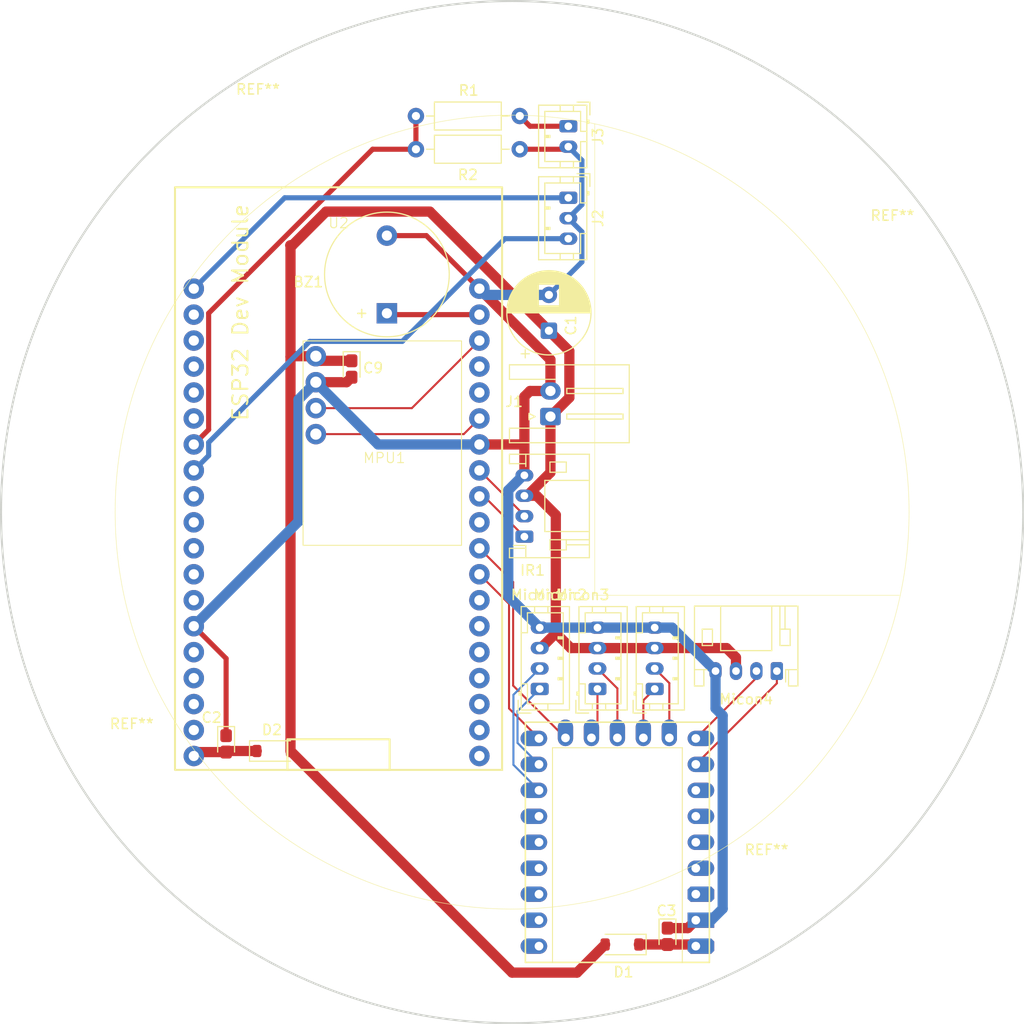
<source format=kicad_pcb>
(kicad_pcb (version 20241229) (generator "pcbnew") (generator_version "9.0")
  (layers (0 "F.Cu" signal) (2 "B.Cu" signal) (13 "F.Paste" user) (15 "B.Paste" user) (5 "F.SilkS" user "F.Silkscreen") (7 "B.SilkS" user "B.Silkscreen") (1 "F.Mask" user) (3 "B.Mask" user) (25 "Edge.Cuts" user))
  (net 0 "")
  (net 1 "Net-(BZ1-+)")
  (net 2 "GND")
  (net 3 "VCC")
  (net 4 "Net-(D2-K)")
  (net 5 "Net-(D1-K)")
  (net 6 "Net-(Micon1-Pin_1)")
  (net 7 "Net-(Micon1-Pin_2)")
  (net 8 "Net-(Micon2-Pin_2)")
  (net 9 "Net-(Micon2-Pin_1)")
  (net 10 "Net-(Micon3-Pin_2)")
  (net 11 "Net-(Micon3-Pin_1)")
  (net 12 "Net-(MPU1-Pin_1)")
  (net 13 "Net-(MPU1-Pin_2)")
  (net 16 "Net-(U2-IO17)")
  (net 24 "Net-(U2-IO16)")
  (net 34 "+3V3")
  (net 39 "Net-(J2-Pin_3)")
  (net 53 "Net-(IR1-Pin_2)")
  (net 54 "Net-(IR1-Pin_1)")
  (net 55 "Net-(Micon4-Pin_2)")
  (net 56 "Net-(Micon4-Pin_1)")
  (net 57 "Net-(U2-IO32)")
  (net 58 "Net-(J3-Pin_1)")
  (footprint "Connector_JST:JST_PH_S4B-PH-K_1x04_P2.00mm_Horizontal" (layer "F.Cu") (at 101.2 102.4 90)
    (property "Reference" "IR1" (at -3.3 0.8 180) (layer "F.SilkS"))
    (property "Value" "Conn_01x04_Socket")
    (pad "1" thru_hole roundrect (at 0 0 90) (size 1.2 1.75) (drill 0.75) (layers "*.Cu" "*.Mask") (roundrect_rratio 0.208333) (net 54 "Net-(IR1-Pin_1)"))
    (pad "2" thru_hole oval (at 2 0 90) (size 1.2 1.75) (drill 0.75) (layers "*.Cu" "*.Mask") (net 53 "Net-(IR1-Pin_2)"))
    (pad "3" thru_hole oval (at 4 0 90) (size 1.2 1.75) (drill 0.75) (layers "*.Cu" "*.Mask") (net 3 "VCC"))
    (pad "4" thru_hole oval (at 6 0 90) (size 1.2 1.75) (drill 0.75) (layers "*.Cu" "*.Mask") (net 2 "GND"))
  )
  (footprint "MountingHole:MountingHole_3.2mm_M3" (layer "F.Cu") (at 75.138232 62.791735)
    (property "Reference" "REF**" (at 0 -4.15 0) (layer "F.SilkS"))
    (property "Value" "MountingHole_3.2mm_M3")
    (pad "" np_thru_hole circle (at 0 0) (size 3.2 3.2) (drill 3.2) (layers "*.Cu" "*.Mask"))
  )
  (footprint "Originary:ESP32_devModule" (layer "F.Cu") (at 83.1 101)
    (property "Reference" "U2" (at -0.08 -29.28 0) (layer "F.SilkS") (effects (font (thickness 0.1))))
    (property "Value" "ESP32-WROOM-32D")
    (fp_text user "ESP32 Dev Module" (at -8.8 -9.8 90) (layer "F.SilkS") (effects (font (size 1.5 1.5) (thickness 0.1875)) (justify left bottom)))
    (pad "1" thru_hole circle (at -14.24 10.16) (size 2 2) (drill 1) (layers "*.Cu" "*.Mask") (net 2 "GND"))
    (pad "1" thru_hole circle (at 13.7 -22.86) (size 2 2) (drill 1) (layers "*.Cu" "*.Mask") (net 2 "GND"))
    (pad "1" thru_hole circle (at 13.7 -7.62) (size 2 2) (drill 1) (layers "*.Cu" "*.Mask") (net 2 "GND"))
    (pad "2" thru_hole circle (at -14.24 22.86) (size 2 2) (drill 1) (layers "*.Cu" "*.Mask") (net 4 "Net-(D2-K)"))
    (pad "3" thru_hole circle (at -14.24 -20.32) (size 2 2) (drill 1) (layers "*.Cu" "*.Mask"))
    (pad "3V3" thru_hole circle (at -14.24 -22.859999) (size 2 2) (drill 1) (layers "*.Cu" "*.Mask") (net 34 "+3V3"))
    (pad "4" thru_hole circle (at -14.24 -17.78) (size 2 2) (drill 1) (layers "*.Cu" "*.Mask"))
    (pad "5" thru_hole circle (at -14.24 -15.24) (size 2 2) (drill 1) (layers "*.Cu" "*.Mask"))
    (pad "6" thru_hole circle (at -14.24 -12.7) (size 2 2) (drill 1) (layers "*.Cu" "*.Mask"))
    (pad "7" thru_hole circle (at -14.24 -10.16) (size 2 2) (drill 1) (layers "*.Cu" "*.Mask"))
    (pad "8" thru_hole circle (at -14.24 -7.62) (size 2 2) (drill 1) (layers "*.Cu" "*.Mask") (net 57 "Net-(U2-IO32)"))
    (pad "9" thru_hole circle (at -14.24 -5.08) (size 2 2) (drill 1) (layers "*.Cu" "*.Mask") (net 39 "Net-(J2-Pin_3)"))
    (pad "10" thru_hole circle (at -14.24 -2.54) (size 2 2) (drill 1) (layers "*.Cu" "*.Mask"))
    (pad "11" thru_hole circle (at -14.24 0) (size 2 2) (drill 1) (layers "*.Cu" "*.Mask"))
    (pad "12" thru_hole circle (at -14.24 2.54) (size 2 2) (drill 1) (layers "*.Cu" "*.Mask"))
    (pad "13" thru_hole circle (at -14.24 5.08) (size 2 2) (drill 1) (layers "*.Cu" "*.Mask"))
    (pad "14" thru_hole circle (at -14.24 7.619999) (size 2 2) (drill 1) (layers "*.Cu" "*.Mask"))
    (pad "16" thru_hole circle (at -14.24 12.7) (size 2 2) (drill 1) (layers "*.Cu" "*.Mask"))
    (pad "17" thru_hole circle (at -14.24 15.24) (size 2 2) (drill 1) (layers "*.Cu" "*.Mask"))
    (pad "18" thru_hole circle (at -14.24 17.78) (size 2 2) (drill 1) (layers "*.Cu" "*.Mask"))
    (pad "19" thru_hole circle (at -14.24 20.319999) (size 2 2) (drill 1) (layers "*.Cu" "*.Mask"))
    (pad "20" thru_hole circle (at 13.7 22.86) (size 2 2) (drill 1) (layers "*.Cu" "*.Mask"))
    (pad "21" thru_hole circle (at 13.700001 20.32) (size 2 2) (drill 1) (layers "*.Cu" "*.Mask"))
    (pad "22" thru_hole circle (at 13.7 17.78) (size 2 2) (drill 1) (layers "*.Cu" "*.Mask"))
    (pad "23" thru_hole circle (at 13.7 15.24) (size 2 2) (drill 1) (layers "*.Cu" "*.Mask"))
    (pad "24" thru_hole circle (at 13.7 12.7) (size 2 2) (drill 1) (layers "*.Cu" "*.Mask"))
    (pad "25" thru_hole circle (at 13.7 10.16) (size 2 2) (drill 1) (layers "*.Cu" "*.Mask"))
    (pad "26" thru_hole circle (at 13.700001 7.62) (size 2 2) (drill 1) (layers "*.Cu" "*.Mask"))
    (pad "27" thru_hole circle (at 13.7 5.08) (size 2 2) (drill 1) (layers "*.Cu" "*.Mask") (net 24 "Net-(U2-IO16)"))
    (pad "28" thru_hole circle (at 13.7 2.54) (size 2 2) (drill 1) (layers "*.Cu" "*.Mask") (net 16 "Net-(U2-IO17)"))
    (pad "29" thru_hole circle (at 13.7 0) (size 2 2) (drill 1) (layers "*.Cu" "*.Mask"))
    (pad "30" thru_hole circle (at 13.7 -2.54) (size 2 2) (drill 1) (layers "*.Cu" "*.Mask") (net 54 "Net-(IR1-Pin_1)"))
    (pad "31" thru_hole circle (at 13.7 -5.079999) (size 2 2) (drill 1) (layers "*.Cu" "*.Mask") (net 53 "Net-(IR1-Pin_2)"))
    (pad "33" thru_hole circle (at 13.7 -10.16) (size 2 2) (drill 1) (layers "*.Cu" "*.Mask") (net 12 "Net-(MPU1-Pin_1)"))
    (pad "34" thru_hole circle (at 13.7 -12.7) (size 2 2) (drill 1) (layers "*.Cu" "*.Mask"))
    (pad "35" thru_hole circle (at 13.7 -15.24) (size 2 2) (drill 1) (layers "*.Cu" "*.Mask"))
    (pad "36" thru_hole circle (at 13.699999 -17.78) (size 2 2) (drill 1) (layers "*.Cu" "*.Mask") (net 13 "Net-(MPU1-Pin_2)"))
    (pad "37" thru_hole circle (at 13.7 -20.32 90) (size 2 2) (drill 1) (layers "*.Cu" "*.Mask") (net 1 "Net-(BZ1-+)"))
  )
  (footprint "Capacitor_THT:CP_Radial_D8.0mm_P3.50mm" (layer "F.Cu") (at 103.6 82.252651 90)
    (property "Reference" "C1" (at 0.502651 2.15 90) (layer "F.SilkS"))
    (property "Value" "C_Polarized_US")
    (pad "1" thru_hole roundrect (at 0 0 90) (size 1.6 1.6) (drill 0.8) (layers "*.Cu" "*.Mask") (roundrect_rratio 0.15625) (net 3 "VCC"))
    (pad "2" thru_hole circle (at 3.5 0 90) (size 1.6 1.6) (drill 0.8) (layers "*.Cu" "*.Mask") (net 2 "GND"))
  )
  (footprint "Connector_JST:JST_PH_B4B-PH-K_1x04_P2.00mm_Vertical" (layer "F.Cu") (at 102.7 117.3 90)
    (property "Reference" "Micon1" (at 9.2 -0.2 180) (layer "F.SilkS"))
    (property "Value" "Conn_01x04_Socket")
    (pad "1" thru_hole roundrect (at 0 0 90) (size 1.2 1.75) (drill 0.75) (layers "*.Cu" "*.Mask") (roundrect_rratio 0.208333) (net 6 "Net-(Micon1-Pin_1)"))
    (pad "2" thru_hole oval (at 2 0 90) (size 1.2 1.75) (drill 0.75) (layers "*.Cu" "*.Mask") (net 7 "Net-(Micon1-Pin_2)"))
    (pad "3" thru_hole oval (at 4 0 90) (size 1.2 1.75) (drill 0.75) (layers "*.Cu" "*.Mask") (net 3 "VCC"))
    (pad "4" thru_hole oval (at 6 0 90) (size 1.2 1.75) (drill 0.75) (layers "*.Cu" "*.Mask") (net 2 "GND"))
  )
  (footprint "Resistor_THT:R_Axial_DIN0207_L6.3mm_D2.5mm_P10.16mm_Horizontal" (layer "F.Cu") (at 100.75 61.25 180)
    (property "Reference" "R1" (at 5 2.5 0) (layer "F.SilkS"))
    (property "Value" "R_Small")
    (pad "1" thru_hole circle (at 0 0 180) (size 1.6 1.6) (drill 0.8) (layers "*.Cu" "*.Mask") (net 58 "Net-(J3-Pin_1)"))
    (pad "2" thru_hole circle (at 10.16 0 180) (size 1.6 1.6) (drill 0.8) (layers "*.Cu" "*.Mask") (net 57 "Net-(U2-IO32)"))
  )
  (footprint "Resistor_THT:R_Axial_DIN0207_L6.3mm_D2.5mm_P10.16mm_Horizontal" (layer "F.Cu") (at 90.59 64.5)
    (property "Reference" "R2" (at 5.08 2.5 0) (layer "F.SilkS"))
    (property "Value" "R_Small")
    (pad "1" thru_hole circle (at 0 0) (size 1.6 1.6) (drill 0.8) (layers "*.Cu" "*.Mask") (net 57 "Net-(U2-IO32)"))
    (pad "2" thru_hole circle (at 10.16 0) (size 1.6 1.6) (drill 0.8) (layers "*.Cu" "*.Mask") (net 2 "GND"))
  )
  (footprint "Capacitor_Tantalum_SMD:CP_EIA-1608-08_AVX-J_HandSolder" (layer "F.Cu") (at 84.3 86 -90)
    (property "Reference" "C9" (at -0.1 -2.1 180) (layer "F.SilkS"))
    (property "Value" "C_Small")
    (pad "1" smd roundrect (at -0.8025 0 270) (size 1.265 1.13) (layers "F.Cu" "F.Mask" "F.Paste") (roundrect_rratio 0.221239) (net 3 "VCC"))
    (pad "2" smd roundrect (at 0.8025 0 270) (size 1.265 1.13) (layers "F.Cu" "F.Mask" "F.Paste") (roundrect_rratio 0.221239) (net 2 "GND"))
  )
  (footprint "Originary:MPU6050" (layer "F.Cu") (at 80.8 84.75 -90)
    (property "Reference" "MPU1" (at 9.95 -6.7 0) (layer "F.SilkS") (effects (font (thickness 0.1))))
    (property "Value" "Conn_01x04_Socket")
    (pad "1" thru_hole circle (at 7.62 0 90) (size 2 2) (drill 1.1) (layers "*.Cu" "*.Mask") (net 12 "Net-(MPU1-Pin_1)"))
    (pad "2" thru_hole circle (at 5.08 0 90) (size 2 2) (drill 1.1) (layers "*.Cu" "*.Mask") (net 13 "Net-(MPU1-Pin_2)"))
    (pad "3" thru_hole circle (at 0 0 90) (size 2 2) (drill 1.1) (layers "*.Cu" "*.Mask") (net 3 "VCC"))
    (pad "4" thru_hole circle (at 2.54 0 90) (size 2 2) (drill 1.1) (layers "*.Cu" "*.Mask") (net 2 "GND"))
  )
  (footprint "Capacitor_Tantalum_SMD:CP_EIA-1608-08_AVX-J_HandSolder" (layer "F.Cu") (at 115.2 141.5 -90)
    (property "Reference" "C3" (at -2.5 0.1 0) (layer "F.SilkS"))
    (property "Value" "C_Small")
    (pad "1" smd roundrect (at -0.8025 0 270) (size 1.265 1.13) (layers "F.Cu" "F.Mask" "F.Paste") (roundrect_rratio 0.221239) (net 2 "GND"))
    (pad "2" smd roundrect (at 0.8025 0 270) (size 1.265 1.13) (layers "F.Cu" "F.Mask" "F.Paste") (roundrect_rratio 0.221239) (net 5 "Net-(D1-K)"))
  )
  (footprint "Capacitor_Tantalum_SMD:CP_EIA-1608-08_AVX-J_HandSolder" (layer "F.Cu") (at 72.02 122.6725 -90)
    (property "Reference" "C2" (at -2.5725 1.42 0) (layer "F.SilkS"))
    (property "Value" "C_Small")
    (pad "1" smd roundrect (at -0.8025 0 270) (size 1.265 1.13) (layers "F.Cu" "F.Mask" "F.Paste") (roundrect_rratio 0.221239) (net 2 "GND"))
    (pad "2" smd roundrect (at 0.8025 0 270) (size 1.265 1.13) (layers "F.Cu" "F.Mask" "F.Paste") (roundrect_rratio 0.221239) (net 4 "Net-(D2-K)"))
  )
  (footprint "Diode_SMD:D_SOD-123" (layer "F.Cu") (at 110.75 142.3 180)
    (property "Reference" "D1" (at -0.15 -2.7 0) (layer "F.SilkS"))
    (property "Value" "D_Schottky")
    (pad "1" smd roundrect (at -1.65 0 180) (size 0.9 1.2) (layers "F.Cu" "F.Mask" "F.Paste") (net 5 "Net-(D1-K)"))
    (pad "2" smd roundrect (at 1.65 0 180) (size 0.9 1.2) (layers "F.Cu" "F.Mask" "F.Paste") (net 3 "VCC"))
  )
  (footprint "MountingHole:MountingHole_3.2mm_M3" (layer "F.Cu") (at 62.791735 124.861768)
    (property "Reference" "REF**" (at 0 -4.15 0) (layer "F.SilkS"))
    (property "Value" "MountingHole_3.2mm_M3")
    (pad "" np_thru_hole circle (at 0 0) (size 3.2 3.2) (drill 3.2) (layers "*.Cu" "*.Mask"))
  )
  (footprint "isw-kbd-lib-main:RP2040-Zero-THT" (layer "F.Cu") (at 110.3 132.3 180)
    (property "Reference" "U1" (hide yes))
    (property "Value" "RP2040-Zero" (hide yes))
    (pad "0" thru_hole oval (at 7.67 -10.16) (size 2.6 1.5) (drill 0.85 (offset -0.5 0)) (layers "*.Cu" "*.Mask"))
    (pad "1" thru_hole oval (at 7.67 -7.62) (size 2.6 1.5) (drill 0.85 (offset -0.5 0)) (layers "*.Cu" "*.Mask"))
    (pad "2" thru_hole oval (at 7.67 -5.08) (size 2.6 1.5) (drill 0.85 (offset -0.5 0)) (layers "*.Cu" "*.Mask"))
    (pad "3" thru_hole oval (at 7.67 -2.54) (size 2.6 1.5) (drill 0.85 (offset -0.5 0)) (layers "*.Cu" "*.Mask"))
    (pad "4" thru_hole oval (at 7.67 0) (size 2.6 1.5) (drill 0.85 (offset -0.5 0)) (layers "*.Cu" "*.Mask"))
    (pad "5" thru_hole oval (at 7.67 2.54) (size 2.6 1.5) (drill 0.85 (offset -0.5 0)) (layers "*.Cu" "*.Mask"))
    (pad "6" thru_hole oval (at 7.67 5.08) (size 2.6 1.5) (drill 0.85 (offset -0.5 0)) (layers "*.Cu" "*.Mask") (net 7 "Net-(Micon1-Pin_2)"))
    (pad "7" thru_hole oval (at 7.67 7.62) (size 2.6 1.5) (drill 0.85 (offset -0.5 0)) (layers "*.Cu" "*.Mask") (net 6 "Net-(Micon1-Pin_1)"))
    (pad "8" thru_hole oval (at 7.67 10.16) (size 2.6 1.5) (drill 0.85 (offset -0.5 0)) (layers "*.Cu" "*.Mask") (net 24 "Net-(U2-IO16)"))
    (pad "9" thru_hole oval (at 5.08 10.21 270) (size 2.6 1.5) (drill 0.85 (offset -0.5 0)) (layers "*.Cu" "*.Mask") (net 16 "Net-(U2-IO17)"))
    (pad "10" thru_hole oval (at 2.54 10.21 270) (size 2.6 1.5) (drill 0.85 (offset -0.5 0)) (layers "*.Cu" "*.Mask") (net 9 "Net-(Micon2-Pin_1)"))
    (pad "11" thru_hole oval (at 0 10.21 270) (size 2.6 1.5) (drill 0.85 (offset -0.5 0)) (layers "*.Cu" "*.Mask") (net 8 "Net-(Micon2-Pin_2)"))
    (pad "12" thru_hole oval (at -2.54 10.21 270) (size 2.6 1.5) (drill 0.85 (offset -0.5 0)) (layers "*.Cu" "*.Mask") (net 11 "Net-(Micon3-Pin_1)"))
    (pad "13" thru_hole oval (at -5.08 10.21 270) (size 2.6 1.5) (drill 0.85 (offset -0.5 0)) (layers "*.Cu" "*.Mask") (net 10 "Net-(Micon3-Pin_2)"))
    (pad "14" thru_hole oval (at -7.67 10.16 180) (size 2.6 1.5) (drill 0.85 (offset -0.5 0)) (layers "*.Cu" "*.Mask") (net 55 "Net-(Micon4-Pin_2)"))
    (pad "15" thru_hole oval (at -7.67 7.62 180) (size 2.6 1.5) (drill 0.85 (offset -0.5 0)) (layers "*.Cu" "*.Mask") (net 56 "Net-(Micon4-Pin_1)"))
    (pad "26" thru_hole oval (at -7.67 5.08 180) (size 2.6 1.5) (drill 0.85 (offset -0.5 0)) (layers "*.Cu" "*.Mask"))
    (pad "27" thru_hole oval (at -7.67 2.54 180) (size 2.6 1.5) (drill 0.85 (offset -0.5 0)) (layers "*.Cu" "*.Mask"))
    (pad "28" thru_hole oval (at -7.67 0 180) (size 2.6 1.5) (drill 0.85 (offset -0.5 0)) (layers "*.Cu" "*.Mask"))
    (pad "29" thru_hole oval (at -7.67 -2.54 180) (size 2.6 1.5) (drill 0.85 (offset -0.5 0)) (layers "*.Cu" "*.Mask"))
    (pad "30" thru_hole roundrect (at -7.67 -5.08 180) (size 2.6 1.5) (drill 0.85 (offset -0.5 0)) (layers "*.Cu" "*.Mask") (roundrect_rratio 0) (chamfer_ratio 0.2) (chamfer top_left top_right bottom_left bottom_right))
    (pad "31" thru_hole rect (at -7.67 -7.62 180) (size 2.6 1.5) (drill 0.85 (offset -0.5 0)) (layers "*.Cu" "*.Mask") (net 2 "GND"))
    (pad "32" thru_hole roundrect (at -7.67 -10.16 180) (size 2.6 1.5) (drill 0.85 (offset -0.5 0)) (layers "*.Cu" "*.Mask") (roundrect_rratio 0) (chamfer_ratio 0.2) (chamfer top_left top_right bottom_left bottom_right) (net 5 "Net-(D1-K)"))
  )
  (footprint "MountingHole:MountingHole_3.2mm_M3" (layer "F.Cu") (at 124.894229 137.186555)
    (property "Reference" "REF**" (at 0 -4.15 0) (layer "F.SilkS"))
    (property "Value" "MountingHole_3.2mm_M3")
    (pad "" np_thru_hole circle (at 0 0) (size 3.2 3.2) (drill 3.2) (layers "*.Cu" "*.Mask"))
  )
  (footprint "Connector_JST:JST_PH_B2B-PH-K_1x02_P2.00mm_Vertical" (layer "F.Cu") (at 105.5 62.25 -90)
    (property "Reference" "J3" (at 1 -2.9 90) (layer "F.SilkS"))
    (property "Value" "Conn_01x02_Socket")
    (pad "1" thru_hole roundrect (at 0 0 270) (size 1.2 1.75) (drill 0.75) (layers "*.Cu" "*.Mask") (roundrect_rratio 0.208333) (net 58 "Net-(J3-Pin_1)"))
    (pad "2" thru_hole oval (at 2 0 270) (size 1.2 1.75) (drill 0.75) (layers "*.Cu" "*.Mask") (net 2 "GND"))
  )
  (footprint "Connector_JST:JST_PH_B4B-PH-K_1x04_P2.00mm_Vertical" (layer "F.Cu") (at 108.35 117.3 90)
    (property "Reference" "Micon2" (at 9.2 -3.65 0) (layer "F.SilkS"))
    (property "Value" "Conn_01x04_Socket")
    (pad "1" thru_hole roundrect (at 0 0 90) (size 1.2 1.75) (drill 0.75) (layers "*.Cu" "*.Mask") (roundrect_rratio 0.208333) (net 9 "Net-(Micon2-Pin_1)"))
    (pad "2" thru_hole oval (at 2 0 90) (size 1.2 1.75) (drill 0.75) (layers "*.Cu" "*.Mask") (net 8 "Net-(Micon2-Pin_2)"))
    (pad "3" thru_hole oval (at 4 0 90) (size 1.2 1.75) (drill 0.75) (layers "*.Cu" "*.Mask") (net 3 "VCC"))
    (pad "4" thru_hole oval (at 6 0 90) (size 1.2 1.75) (drill 0.75) (layers "*.Cu" "*.Mask") (net 2 "GND"))
  )
  (footprint "Connector_JST:JST_PH_S4B-PH-K_1x04_P2.00mm_Horizontal" (layer "F.Cu") (at 125.9 115.55 180)
    (property "Reference" "Micon4" (at 3 -2.75 0) (layer "F.SilkS"))
    (property "Value" "Conn_01x04_Socket")
    (pad "1" thru_hole roundrect (at 0 0 180) (size 1.2 1.75) (drill 0.75) (layers "*.Cu" "*.Mask") (roundrect_rratio 0.208333) (net 56 "Net-(Micon4-Pin_1)"))
    (pad "2" thru_hole oval (at 2 0 180) (size 1.2 1.75) (drill 0.75) (layers "*.Cu" "*.Mask") (net 55 "Net-(Micon4-Pin_2)"))
    (pad "3" thru_hole oval (at 4 0 180) (size 1.2 1.75) (drill 0.75) (layers "*.Cu" "*.Mask") (net 3 "VCC"))
    (pad "4" thru_hole oval (at 6 0 180) (size 1.2 1.75) (drill 0.75) (layers "*.Cu" "*.Mask") (net 2 "GND"))
  )
  (footprint "Connector_JST:JST_XH_S2B-XH-A-1_1x02_P2.50mm_Horizontal" (layer "F.Cu") (at 103.75 90.65 90)
    (property "Reference" "J1" (at 1.45 -3.55 180) (layer "F.SilkS"))
    (property "Value" "Conn_01x02_Socket")
    (pad "1" thru_hole roundrect (at 0 0 90) (size 1.7 2) (drill 1) (layers "*.Cu" "*.Mask") (roundrect_rratio 0.147059) (net 3 "VCC"))
    (pad "2" thru_hole oval (at 2.5 0 90) (size 1.7 2) (drill 1) (layers "*.Cu" "*.Mask") (net 2 "GND"))
  )
  (footprint "MountingHole:MountingHole_3.2mm_M3" (layer "F.Cu") (at 137.208265 75.138232)
    (property "Reference" "REF**" (at 0 -4.15 0) (layer "F.SilkS"))
    (property "Value" "MountingHole_3.2mm_M3")
    (pad "" np_thru_hole circle (at 0 0) (size 3.2 3.2) (drill 3.2) (layers "*.Cu" "*.Mask"))
  )
  (footprint "Connector_JST:JST_PH_B4B-PH-K_1x04_P2.00mm_Vertical" (layer "F.Cu") (at 113.95 117.3 90)
    (property "Reference" "Micon3" (at 9.2 -7.05 0) (layer "F.SilkS"))
    (property "Value" "Conn_01x04_Socket")
    (pad "1" thru_hole roundrect (at 0 0 90) (size 1.2 1.75) (drill 0.75) (layers "*.Cu" "*.Mask") (roundrect_rratio 0.208333) (net 11 "Net-(Micon3-Pin_1)"))
    (pad "2" thru_hole oval (at 2 0 90) (size 1.2 1.75) (drill 0.75) (layers "*.Cu" "*.Mask") (net 10 "Net-(Micon3-Pin_2)"))
    (pad "3" thru_hole oval (at 4 0 90) (size 1.2 1.75) (drill 0.75) (layers "*.Cu" "*.Mask") (net 3 "VCC"))
    (pad "4" thru_hole oval (at 6 0 90) (size 1.2 1.75) (drill 0.75) (layers "*.Cu" "*.Mask") (net 2 "GND"))
  )
  (footprint "Connector_JST:JST_PH_B3B-PH-K_1x03_P2.00mm_Vertical" (layer "F.Cu") (at 105.5 69.25 -90)
    (property "Reference" "J2" (at 2 -2.9 90) (layer "F.SilkS"))
    (property "Value" "Conn_01x03_Socket")
    (pad "1" thru_hole roundrect (at 0 0 270) (size 1.2 1.75) (drill 0.75) (layers "*.Cu" "*.Mask") (roundrect_rratio 0.208333) (net 34 "+3V3"))
    (pad "2" thru_hole oval (at 2 0 270) (size 1.2 1.75) (drill 0.75) (layers "*.Cu" "*.Mask") (net 2 "GND"))
    (pad "3" thru_hole oval (at 4 0 270) (size 1.2 1.75) (drill 0.75) (layers "*.Cu" "*.Mask") (net 39 "Net-(J2-Pin_3)"))
  )
  (footprint "Diode_SMD:D_SOD-123" (layer "F.Cu") (at 76.67 123.370001)
    (property "Reference" "D2" (at -0.17 -2.070001 0) (layer "F.SilkS"))
    (property "Value" "D_Schottky")
    (pad "1" smd roundrect (at -1.65 0) (size 0.9 1.2) (layers "F.Cu" "F.Mask" "F.Paste") (net 4 "Net-(D2-K)"))
    (pad "2" smd roundrect (at 1.65 0) (size 0.9 1.2) (layers "F.Cu" "F.Mask" "F.Paste") (net 3 "VCC"))
  )
  (footprint "Buzzer_Beeper:Buzzer_12x9.5RM7.6" (layer "F.Cu") (at 87.75 80.55 90)
    (property "Reference" "BZ1" (at 3.061905 -7.68379 180) (layer "F.SilkS"))
    (property "Value" "Buzzer")
    (fp_text user "+" (at -0.01 -2.540001 90) (layer "F.SilkS"))
    (pad "1" thru_hole rect (at 0 0 90) (size 2 2) (drill 1) (layers "*.Cu" "*.Mask") (net 1 "Net-(BZ1-+)"))
    (pad "2" thru_hole circle (at 7.6 0 90) (size 2 2) (drill 1) (layers "*.Cu" "*.Mask") (net 2 "GND"))
  )
  (gr_line (start 108.086 108.135) (end 137.97322 108.135) (stroke (width 0.05)) (layer "F.SilkS"))
  (gr_line (start 108.086003 62.016316) (end 108.086 108.2) (stroke (width 0.05)) (layer "F.SilkS"))
  (gr_circle (center 100 100) (end 108.086 62.016315) (stroke (width 0.05)) (fill no) (layer "F.SilkS"))
  (gr_circle (center 100 100) (end 150 100) (stroke (width 0.2)) (fill no) (layer "Edge.Cuts"))
  (segment (start 96.8 80.68) (end 87.88 80.68) (width 0.5) (layer "F.Cu") (net 1))
  (segment (start 87.88 80.68) (end 87.75 80.55) (width 0.5) (layer "F.Cu") (net 1))
  (segment (start 103.75 88.15) (end 101.75 88.15) (width 1) (layer "F.Cu") (net 2))
  (segment (start 100.75 64.5) (end 105.25 64.5) (width 0.5) (layer "F.Cu") (net 2))
  (segment (start 96.8 93.38) (end 100.92 93.38) (width 1) (layer "F.Cu") (net 2))
  (segment (start 100.92 93.38) (end 101.2 93.1) (width 1) (layer "F.Cu") (net 2))
  (segment (start 105.25 64.5) (end 105.5 64.25) (width 0.5) (layer "F.Cu") (net 2))
  (segment (start 87.75 72.95) (end 91.61 72.95) (width 0.5) (layer "F.Cu") (net 2))
  (segment (start 115.2 140.6975) (end 117.1925 140.6975) (width 1) (layer "F.Cu") (net 2))
  (segment (start 80.8 87.29) (end 83.8125 87.29) (width 1) (layer "F.Cu") (net 2))
  (segment (start 72.02 121.87) (end 72.02 114.32) (width 0.5) (layer "F.Cu") (net 2))
  (segment (start 101.75 88.15) (end 101.2 88.7) (width 1) (layer "F.Cu") (net 2))
  (segment (start 103.75 88.15) (end 103.75 85.09) (width 1) (layer "F.Cu") (net 2))
  (segment (start 72.02 114.32) (end 68.86 111.16) (width 0.5) (layer "F.Cu") (net 2))
  (segment (start 83.8125 87.29) (end 84.3 86.8025) (width 1) (layer "F.Cu") (net 2))
  (segment (start 117.1925 140.6975) (end 117.97 139.92) (width 1) (layer "F.Cu") (net 2))
  (segment (start 101.2 88.7) (end 101.2 93.1) (width 1) (layer "F.Cu") (net 2))
  (segment (start 91.61 72.95) (end 96.8 78.14) (width 0.5) (layer "F.Cu") (net 2))
  (segment (start 103.75 85.09) (end 96.8 78.14) (width 1) (layer "F.Cu") (net 2))
  (segment (start 101.2 93.1) (end 101.2 96.4) (width 1) (layer "F.Cu") (net 2))
  (segment (start 106.826 72.576) (end 106.826 75.526651) (width 0.5) (layer "B.Cu") (net 2))
  (segment (start 106.826 75.526651) (end 103.6 78.752651) (width 0.5) (layer "B.Cu") (net 2))
  (segment (start 106.826 69.924) (end 106.826 65.576) (width 0.5) (layer "B.Cu") (net 2))
  (segment (start 103.6 78.752651) (end 97.412651 78.752651) (width 1) (layer "B.Cu") (net 2))
  (segment (start 113.95 111.3) (end 115.65 111.3) (width 1) (layer "B.Cu") (net 2))
  (segment (start 97.412651 78.752651) (end 96.8 78.14) (width 1) (layer "B.Cu") (net 2))
  (segment (start 117.97 139.92) (end 119.48 139.92) (width 1) (layer "B.Cu") (net 2))
  (segment (start 105.5 71.25) (end 106.826 69.924) (width 0.5) (layer "B.Cu") (net 2))
  (segment (start 119.9 119.2) (end 119.9 115.55) (width 1) (layer "B.Cu") (net 2))
  (segment (start 68.86 111.16) (end 79.099 100.921) (width 1) (layer "B.Cu") (net 2))
  (segment (start 106.826 65.576) (end 105.5 64.25) (width 0.5) (layer "B.Cu") (net 2))
  (segment (start 101.2 96.4) (end 101.085108 96.4) (width 1) (layer "B.Cu") (net 2))
  (segment (start 108.35 111.3) (end 113.95 111.3) (width 1) (layer "B.Cu") (net 2))
  (segment (start 99.624 108.224) (end 102.7 111.3) (width 1) (layer "B.Cu") (net 2))
  (segment (start 102.7 111.3) (end 108.35 111.3) (width 1) (layer "B.Cu") (net 2))
  (segment (start 80.8 87.29) (end 86.89 93.38) (width 1) (layer "B.Cu") (net 2))
  (segment (start 120.6 119.9) (end 119.9 119.2) (width 1) (layer "B.Cu") (net 2))
  (segment (start 119.48 139.92) (end 120.6 138.8) (width 1) (layer "B.Cu") (net 2))
  (segment (start 79.099 88.991) (end 80.8 87.29) (width 1) (layer "B.Cu") (net 2))
  (segment (start 86.89 93.38) (end 96.8 93.38) (width 1) (layer "B.Cu") (net 2))
  (segment (start 115.65 111.3) (end 119.9 115.55) (width 1) (layer "B.Cu") (net 2))
  (segment (start 99.624 97.861108) (end 99.624 108.224) (width 1) (layer "B.Cu") (net 2))
  (segment (start 120.6 138.8) (end 120.6 119.9) (width 1) (layer "B.Cu") (net 2))
  (segment (start 79.099 100.921) (end 79.099 88.991) (width 1) (layer "B.Cu") (net 2))
  (segment (start 105.5 71.25) (end 106.826 72.576) (width 0.5) (layer "B.Cu") (net 2))
  (segment (start 101.085108 96.4) (end 99.624 97.861108) (width 1) (layer "B.Cu") (net 2))
  (segment (start 101.2 98.4) (end 102.4 98.4) (width 1) (layer "F.Cu") (net 3))
  (segment (start 78.32 123.370001) (end 100.000999 145.051) (width 1) (layer "F.Cu") (net 3))
  (segment (start 81.8 70.6) (end 78.5 73.9) (width 1) (layer "F.Cu") (net 3))
  (segment (start 108.35 113.3) (end 113.95 113.3) (width 1) (layer "F.Cu") (net 3))
  (segment (start 103.75 96.125) (end 101.475 98.4) (width 1) (layer "F.Cu") (net 3))
  (segment (start 103.6 82.252651) (end 91.947349 70.6) (width 1) (layer "F.Cu") (net 3))
  (segment (start 80.8 84.75) (end 78.37 84.75) (width 1) (layer "F.Cu") (net 3))
  (segment (start 106.349 145.051) (end 109.1 142.3) (width 1) (layer "F.Cu") (net 3))
  (segment (start 78.32 73.92) (end 78.32 84.8) (width 1) (layer "F.Cu") (net 3))
  (segment (start 102.4 98.4) (end 104.276 100.276) (width 1) (layer "F.Cu") (net 3))
  (segment (start 100.000999 145.051) (end 106.349 145.051) (width 1) (layer "F.Cu") (net 3))
  (segment (start 78.32 84.8) (end 78.32 123.370001) (width 1) (layer "F.Cu") (net 3))
  (segment (start 84.3 85.1975) (end 81.2475 85.1975) (width 1) (layer "F.Cu") (net 3))
  (segment (start 78.5 73.9) (end 78.3 73.9) (width 1) (layer "F.Cu") (net 3))
  (segment (start 104.276 111.838892) (end 102.814892 113.3) (width 1) (layer "F.Cu") (net 3))
  (segment (start 78.3 73.9) (end 78.32 73.92) (width 1) (layer "F.Cu") (net 3))
  (segment (start 120.975 113.3) (end 121.9 114.225) (width 1) (layer "F.Cu") (net 3))
  (segment (start 102.814892 113.3) (end 102.7 113.3) (width 1) (layer "F.Cu") (net 3))
  (segment (start 104.276 100.276) (end 104.276 111.838892) (width 1) (layer "F.Cu") (net 3))
  (segment (start 113.95 113.3) (end 120.975 113.3) (width 1) (layer "F.Cu") (net 3))
  (segment (start 121.9 114.225) (end 121.9 115.55) (width 1) (layer "F.Cu") (net 3))
  (segment (start 103.75 90.65) (end 103.75 96.125) (width 1) (layer "F.Cu") (net 3))
  (segment (start 81.2475 85.1975) (end 80.8 84.75) (width 1) (layer "F.Cu") (net 3))
  (segment (start 105.6 84.252651) (end 103.6 82.252651) (width 1) (layer "F.Cu") (net 3))
  (segment (start 91.947349 70.6) (end 81.8 70.6) (width 1) (layer "F.Cu") (net 3))
  (segment (start 105.737108 113.3) (end 108.35 113.3) (width 1) (layer "F.Cu") (net 3))
  (segment (start 101.475 98.4) (end 101.2 98.4) (width 1) (layer "F.Cu") (net 3))
  (segment (start 78.37 84.75) (end 78.32 84.8) (width 1) (layer "F.Cu") (net 3))
  (segment (start 103.75 90.65) (end 105.6 88.8) (width 1) (layer "F.Cu") (net 3))
  (segment (start 105.6 88.8) (end 105.6 84.252651) (width 1) (layer "F.Cu") (net 3))
  (segment (start 104.276 111.838892) (end 105.737108 113.3) (width 1) (layer "F.Cu") (net 3))
  (segment (start 72.124999 123.370001) (end 72.02 123.475) (width 1) (layer "F.Cu") (net 4))
  (segment (start 69.245 123.475) (end 68.86 123.86) (width 1) (layer "F.Cu") (net 4))
  (segment (start 72.02 123.475) (end 69.245 123.475) (width 1) (layer "F.Cu") (net 4))
  (segment (start 75.02 123.370001) (end 72.124999 123.370001) (width 1) (layer "F.Cu") (net 4))
  (segment (start 117.8125 142.3025) (end 117.97 142.46) (width 1) (layer "F.Cu") (net 5))
  (segment (start 115.1975 142.3) (end 115.2 142.3025) (width 1) (layer "F.Cu") (net 5))
  (segment (start 115.2 142.3025) (end 117.8125 142.3025) (width 1) (layer "F.Cu") (net 5))
  (segment (start 112.4 142.3) (end 115.1975 142.3) (width 1) (layer "F.Cu") (net 5))
  (segment (start 100.529 119.471) (end 100.529 122.579) (width 0.2) (layer "B.Cu") (net 6))
  (segment (start 100.529 122.579) (end 102.63 124.68) (width 0.2) (layer "B.Cu") (net 6))
  (segment (start 102.7 117.3) (end 100.529 119.471) (width 0.2) (layer "B.Cu") (net 6))
  (segment (start 100.128 117.872) (end 100.128 124.718) (width 0.2) (layer "B.Cu") (net 7))
  (segment (start 100.128 124.718) (end 102.63 127.22) (width 0.2) (layer "B.Cu") (net 7))
  (segment (start 102.7 115.3) (end 100.128 117.872) (width 0.2) (layer "B.Cu") (net 7))
  (segment (start 110.3 117.25) (end 110.3 122.09) (width 0.2) (layer "F.Cu") (net 8))
  (segment (start 108.35 115.3) (end 110.3 117.25) (width 0.2) (layer "F.Cu") (net 8))
  (segment (start 108.35 121.5) (end 107.76 122.09) (width 0.2) (layer "F.Cu") (net 9))
  (segment (start 108.35 117.3) (end 108.35 121.5) (width 0.2) (layer "F.Cu") (net 9))
  (segment (start 115.38 116.73) (end 115.38 122.09) (width 0.2) (layer "F.Cu") (net 10))
  (segment (start 113.95 115.3) (end 115.38 116.73) (width 0.2) (layer "F.Cu") (net 10))
  (segment (start 112.84 118.41) (end 112.84 122.09) (width 0.2) (layer "F.Cu") (net 11))
  (segment (start 113.95 117.3) (end 112.84 118.41) (width 0.2) (layer "F.Cu") (net 11))
  (segment (start 95.27 92.37) (end 80.8 92.37) (width 0.2) (layer "F.Cu") (net 12))
  (segment (start 96.8 90.84) (end 95.27 92.37) (width 0.2) (layer "F.Cu") (net 12))
  (segment (start 96.799999 83.22) (end 90.189999 89.83) (width 0.2) (layer "F.Cu") (net 13))
  (segment (start 90.189999 89.83) (end 80.8 89.83) (width 0.2) (layer "F.Cu") (net 13))
  (segment (start 100.1 106.84) (end 96.8 103.54) (width 0.2) (layer "F.Cu") (net 16))
  (segment (start 100.1 116.97) (end 100.1 106.84) (width 0.2) (layer "F.Cu") (net 16))
  (segment (start 105.22 122.09) (end 100.1 116.97) (width 0.2) (layer "F.Cu") (net 16))
  (segment (start 96.8 106.08) (end 99.699 108.979) (width 0.2) (layer "F.Cu") (net 24))
  (segment (start 99.699 119.209) (end 102.63 122.14) (width 0.2) (layer "F.Cu") (net 24))
  (segment (start 99.699 108.979) (end 99.699 119.209) (width 0.2) (layer "F.Cu") (net 24))
  (segment (start 77.750001 69.25) (end 68.86 78.140001) (width 0.5) (layer "B.Cu") (net 34))
  (segment (start 105.5 69.25) (end 77.750001 69.25) (width 0.5) (layer "B.Cu") (net 34))
  (segment (start 70.311 94.469) (end 68.86 95.92) (width 0.5) (layer "B.Cu") (net 39))
  (segment (start 105.5 73.25) (end 99.302 73.25) (width 0.5) (layer "B.Cu") (net 39))
  (segment (start 70.311 93.186976) (end 70.311 94.469) (width 0.5) (layer "B.Cu") (net 39))
  (segment (start 89.253 83.299) (end 80.198976 83.299) (width 0.5) (layer "B.Cu") (net 39))
  (segment (start 99.302 73.25) (end 89.253 83.299) (width 0.5) (layer "B.Cu") (net 39))
  (segment (start 80.198976 83.299) (end 70.311 93.186976) (width 0.5) (layer "B.Cu") (net 39))
  (segment (start 96.8 95.920001) (end 101.2 100.320001) (width 0.2) (layer "F.Cu") (net 53))
  (segment (start 101.2 100.320001) (end 101.2 100.4) (width 0.2) (layer "F.Cu") (net 53))
  (segment (start 97.26 98.46) (end 96.8 98.46) (width 0.2) (layer "F.Cu") (net 54))
  (segment (start 101.2 102.4) (end 97.26 98.46) (width 0.2) (layer "F.Cu") (net 54))
  (segment (start 123.9 115.55) (end 123.9 116.21) (width 0.2) (layer "F.Cu") (net 55))
  (segment (start 123.9 116.21) (end 117.97 122.14) (width 0.2) (layer "F.Cu") (net 55))
  (segment (start 125.9 116.75) (end 117.97 124.68) (width 0.2) (layer "F.Cu") (net 56))
  (segment (start 125.9 115.55) (end 125.9 116.75) (width 0.2) (layer "F.Cu") (net 56))
  (segment (start 90.59 64.5) (end 86.355083 64.5) (width 0.5) (layer "F.Cu") (net 57))
  (segment (start 70.311 91.929) (end 68.86 93.38) (width 0.5) (layer "F.Cu") (net 57))
  (segment (start 86.355083 64.5) (end 70.311 80.544083) (width 0.5) (layer "F.Cu") (net 57))
  (segment (start 70.311 80.544083) (end 70.311 91.929) (width 0.5) (layer "F.Cu") (net 57))
  (segment (start 90.59 61.25) (end 90.59 64.5) (width 0.5) (layer "F.Cu") (net 57))
  (segment (start 101.75 62.25) (end 100.75 61.25) (width 0.5) (layer "F.Cu") (net 58))
  (segment (start 105.5 62.25) (end 101.75 62.25) (width 0.5) (layer "F.Cu") (net 58))
)
</source>
